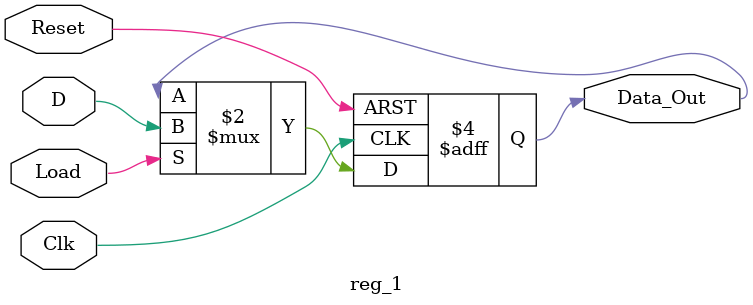
<source format=sv>
module reg_1 (input Clk, Reset, Load, D, output logic Data_Out);		
	always_ff @ (posedge Clk or posedge Reset)
	begin
		if(Reset)
			Data_Out <= 1'b0;
		else if(Load)
			Data_Out <= D;
	end
endmodule 
</source>
